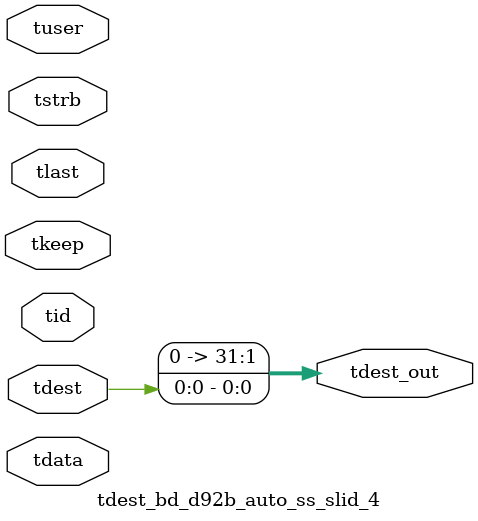
<source format=v>


`timescale 1ps/1ps

module tdest_bd_d92b_auto_ss_slid_4 #
(
parameter C_S_AXIS_TDATA_WIDTH = 32,
parameter C_S_AXIS_TUSER_WIDTH = 0,
parameter C_S_AXIS_TID_WIDTH   = 0,
parameter C_S_AXIS_TDEST_WIDTH = 0,
parameter C_M_AXIS_TDEST_WIDTH = 32
)
(
input  [(C_S_AXIS_TDATA_WIDTH == 0 ? 1 : C_S_AXIS_TDATA_WIDTH)-1:0     ] tdata,
input  [(C_S_AXIS_TUSER_WIDTH == 0 ? 1 : C_S_AXIS_TUSER_WIDTH)-1:0     ] tuser,
input  [(C_S_AXIS_TID_WIDTH   == 0 ? 1 : C_S_AXIS_TID_WIDTH)-1:0       ] tid,
input  [(C_S_AXIS_TDEST_WIDTH == 0 ? 1 : C_S_AXIS_TDEST_WIDTH)-1:0     ] tdest,
input  [(C_S_AXIS_TDATA_WIDTH/8)-1:0 ] tkeep,
input  [(C_S_AXIS_TDATA_WIDTH/8)-1:0 ] tstrb,
input                                                                    tlast,
output [C_M_AXIS_TDEST_WIDTH-1:0] tdest_out
);

assign tdest_out = {3'b000,tdest[0:0]};

endmodule


</source>
